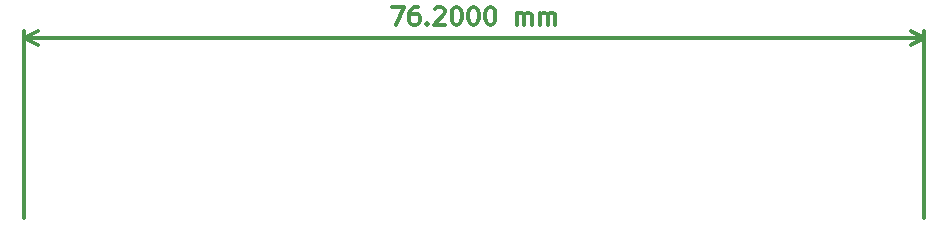
<source format=gbo>
G04 #@! TF.GenerationSoftware,KiCad,Pcbnew,(6.0.7)*
G04 #@! TF.CreationDate,2022-12-18T06:26:48+05:30*
G04 #@! TF.ProjectId,PowerBoard,506f7765-7242-46f6-9172-642e6b696361,rev?*
G04 #@! TF.SameCoordinates,Original*
G04 #@! TF.FileFunction,Legend,Bot*
G04 #@! TF.FilePolarity,Positive*
%FSLAX46Y46*%
G04 Gerber Fmt 4.6, Leading zero omitted, Abs format (unit mm)*
G04 Created by KiCad (PCBNEW (6.0.7)) date 2022-12-18 06:26:48*
%MOMM*%
%LPD*%
G01*
G04 APERTURE LIST*
%ADD10C,0.300000*%
G04 APERTURE END LIST*
D10*
X107300000Y-26588571D02*
X108300000Y-26588571D01*
X107657142Y-28088571D01*
X109514285Y-26588571D02*
X109228571Y-26588571D01*
X109085714Y-26660000D01*
X109014285Y-26731428D01*
X108871428Y-26945714D01*
X108800000Y-27231428D01*
X108800000Y-27802857D01*
X108871428Y-27945714D01*
X108942857Y-28017142D01*
X109085714Y-28088571D01*
X109371428Y-28088571D01*
X109514285Y-28017142D01*
X109585714Y-27945714D01*
X109657142Y-27802857D01*
X109657142Y-27445714D01*
X109585714Y-27302857D01*
X109514285Y-27231428D01*
X109371428Y-27160000D01*
X109085714Y-27160000D01*
X108942857Y-27231428D01*
X108871428Y-27302857D01*
X108800000Y-27445714D01*
X110300000Y-27945714D02*
X110371428Y-28017142D01*
X110300000Y-28088571D01*
X110228571Y-28017142D01*
X110300000Y-27945714D01*
X110300000Y-28088571D01*
X110942857Y-26731428D02*
X111014285Y-26660000D01*
X111157142Y-26588571D01*
X111514285Y-26588571D01*
X111657142Y-26660000D01*
X111728571Y-26731428D01*
X111800000Y-26874285D01*
X111800000Y-27017142D01*
X111728571Y-27231428D01*
X110871428Y-28088571D01*
X111800000Y-28088571D01*
X112728571Y-26588571D02*
X112871428Y-26588571D01*
X113014285Y-26660000D01*
X113085714Y-26731428D01*
X113157142Y-26874285D01*
X113228571Y-27160000D01*
X113228571Y-27517142D01*
X113157142Y-27802857D01*
X113085714Y-27945714D01*
X113014285Y-28017142D01*
X112871428Y-28088571D01*
X112728571Y-28088571D01*
X112585714Y-28017142D01*
X112514285Y-27945714D01*
X112442857Y-27802857D01*
X112371428Y-27517142D01*
X112371428Y-27160000D01*
X112442857Y-26874285D01*
X112514285Y-26731428D01*
X112585714Y-26660000D01*
X112728571Y-26588571D01*
X114157142Y-26588571D02*
X114300000Y-26588571D01*
X114442857Y-26660000D01*
X114514285Y-26731428D01*
X114585714Y-26874285D01*
X114657142Y-27160000D01*
X114657142Y-27517142D01*
X114585714Y-27802857D01*
X114514285Y-27945714D01*
X114442857Y-28017142D01*
X114300000Y-28088571D01*
X114157142Y-28088571D01*
X114014285Y-28017142D01*
X113942857Y-27945714D01*
X113871428Y-27802857D01*
X113800000Y-27517142D01*
X113800000Y-27160000D01*
X113871428Y-26874285D01*
X113942857Y-26731428D01*
X114014285Y-26660000D01*
X114157142Y-26588571D01*
X115585714Y-26588571D02*
X115728571Y-26588571D01*
X115871428Y-26660000D01*
X115942857Y-26731428D01*
X116014285Y-26874285D01*
X116085714Y-27160000D01*
X116085714Y-27517142D01*
X116014285Y-27802857D01*
X115942857Y-27945714D01*
X115871428Y-28017142D01*
X115728571Y-28088571D01*
X115585714Y-28088571D01*
X115442857Y-28017142D01*
X115371428Y-27945714D01*
X115300000Y-27802857D01*
X115228571Y-27517142D01*
X115228571Y-27160000D01*
X115300000Y-26874285D01*
X115371428Y-26731428D01*
X115442857Y-26660000D01*
X115585714Y-26588571D01*
X117871428Y-28088571D02*
X117871428Y-27088571D01*
X117871428Y-27231428D02*
X117942857Y-27160000D01*
X118085714Y-27088571D01*
X118300000Y-27088571D01*
X118442857Y-27160000D01*
X118514285Y-27302857D01*
X118514285Y-28088571D01*
X118514285Y-27302857D02*
X118585714Y-27160000D01*
X118728571Y-27088571D01*
X118942857Y-27088571D01*
X119085714Y-27160000D01*
X119157142Y-27302857D01*
X119157142Y-28088571D01*
X119871428Y-28088571D02*
X119871428Y-27088571D01*
X119871428Y-27231428D02*
X119942857Y-27160000D01*
X120085714Y-27088571D01*
X120300000Y-27088571D01*
X120442857Y-27160000D01*
X120514285Y-27302857D01*
X120514285Y-28088571D01*
X120514285Y-27302857D02*
X120585714Y-27160000D01*
X120728571Y-27088571D01*
X120942857Y-27088571D01*
X121085714Y-27160000D01*
X121157142Y-27302857D01*
X121157142Y-28088571D01*
X152400000Y-44450000D02*
X152400000Y-28623580D01*
X76200000Y-44450000D02*
X76200000Y-28623580D01*
X152400000Y-29210000D02*
X76200000Y-29210000D01*
X152400000Y-29210000D02*
X76200000Y-29210000D01*
X152400000Y-29210000D02*
X151273496Y-28623579D01*
X152400000Y-29210000D02*
X151273496Y-29796421D01*
X76200000Y-29210000D02*
X77326504Y-29796421D01*
X76200000Y-29210000D02*
X77326504Y-28623579D01*
M02*

</source>
